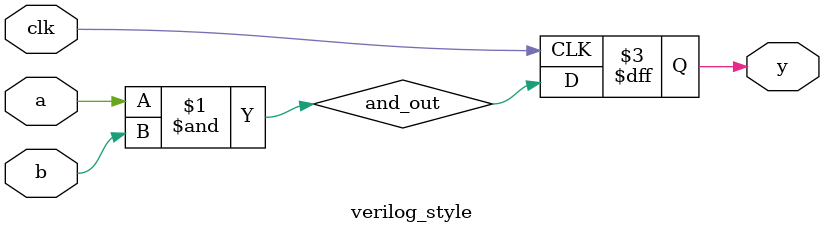
<source format=v>

module verilog_style(
    input wire a,
    input wire b,
    input wire clk,
    output reg y
);

 wire and_out; 

  assign and_out= a & b; // continous assignment(net type)

// procedural assignment ( requires reg in verilog)
  always @(posedge clk)
   begin
      y<=and_out;
   end

endmodule

</source>
